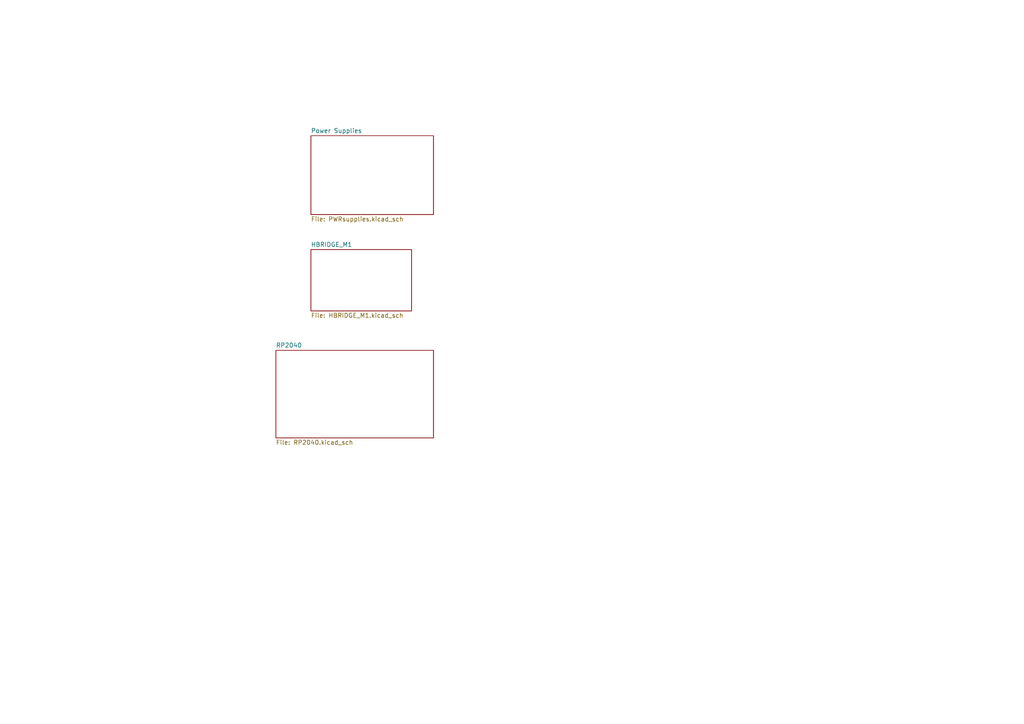
<source format=kicad_sch>
(kicad_sch
	(version 20231120)
	(generator "eeschema")
	(generator_version "8.0")
	(uuid "5cac24ba-05d3-4979-8c1c-76015809de56")
	(paper "A4")
	(lib_symbols)
	(sheet
		(at 90.17 39.37)
		(size 35.56 22.86)
		(fields_autoplaced yes)
		(stroke
			(width 0.1524)
			(type solid)
		)
		(fill
			(color 0 0 0 0.0000)
		)
		(uuid "0d53fa03-e705-43f3-a59f-a625694226c3")
		(property "Sheetname" "Power Supplies"
			(at 90.17 38.6584 0)
			(effects
				(font
					(size 1.27 1.27)
				)
				(justify left bottom)
			)
		)
		(property "Sheetfile" "PWRsupplies.kicad_sch"
			(at 90.17 62.8146 0)
			(effects
				(font
					(size 1.27 1.27)
				)
				(justify left top)
			)
		)
		(instances
			(project "OpenPEMF_Final"
				(path "/5cac24ba-05d3-4979-8c1c-76015809de56"
					(page "4")
				)
			)
		)
	)
	(sheet
		(at 80.01 101.6)
		(size 45.72 25.4)
		(fields_autoplaced yes)
		(stroke
			(width 0.1524)
			(type solid)
		)
		(fill
			(color 0 0 0 0.0000)
		)
		(uuid "16543a96-1262-4d38-9f19-73578c813842")
		(property "Sheetname" "RP2040"
			(at 80.01 100.8884 0)
			(effects
				(font
					(size 1.27 1.27)
				)
				(justify left bottom)
			)
		)
		(property "Sheetfile" "RP2040.kicad_sch"
			(at 80.01 127.5846 0)
			(effects
				(font
					(size 1.27 1.27)
				)
				(justify left top)
			)
		)
		(instances
			(project "OpenPEMF_Final"
				(path "/5cac24ba-05d3-4979-8c1c-76015809de56"
					(page "3")
				)
			)
		)
	)
	(sheet
		(at 90.17 72.39)
		(size 29.21 17.78)
		(fields_autoplaced yes)
		(stroke
			(width 0.1524)
			(type solid)
		)
		(fill
			(color 0 0 0 0.0000)
		)
		(uuid "3d13b4fb-1921-4b46-a622-3a3a04543601")
		(property "Sheetname" "HBRIDGE_M1"
			(at 90.17 71.6784 0)
			(effects
				(font
					(size 1.27 1.27)
				)
				(justify left bottom)
			)
		)
		(property "Sheetfile" "HBRIDGE_M1.kicad_sch"
			(at 90.17 90.7546 0)
			(effects
				(font
					(size 1.27 1.27)
				)
				(justify left top)
			)
		)
		(instances
			(project "OpenPEMF_Final"
				(path "/5cac24ba-05d3-4979-8c1c-76015809de56"
					(page "2")
				)
			)
		)
	)
	(sheet_instances
		(path "/"
			(page "1")
		)
	)
)

</source>
